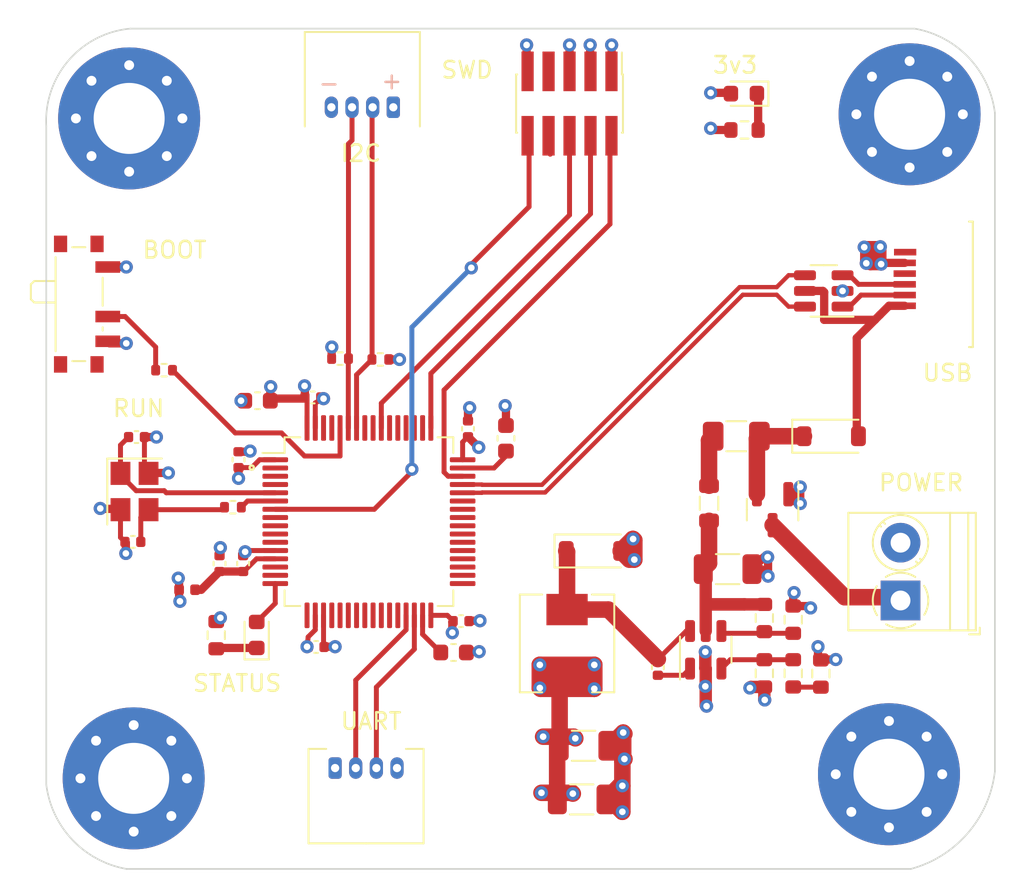
<source format=kicad_pcb>
(kicad_pcb (version 20221018) (generator pcbnew)
  (layers (0 "F.Cu" signal) (1 "In1.Cu" power) (2 "In2.Cu" power) (31 "B.Cu" signal) (34 "B.Paste" user) (35 "F.Paste" user) (36 "B.SilkS" user "B.Silkscreen") (37 "F.SilkS" user "F.Silkscreen") (38 "B.Mask" user) (39 "F.Mask" user) (44 "Edge.Cuts" user))
  (net 0 "")
  (net 1 "Net-(U1-VCAP_1)")
  (net 2 "HSE_IN")
  (net 3 "Net-(U1-VCAP_2)")
  (net 4 "+3.3V")
  (net 5 "+3.3VA")
  (net 6 "Net-(C13-Pad1)")
  (net 7 "BUCK_IN")
  (net 8 "BUCK_BST")
  (net 9 "BUCK_SW")
  (net 10 "Net-(D1-K)")
  (net 11 "LED_STATUS")
  (net 12 "Net-(D3-K)")
  (net 13 "+5V")
  (net 14 "Net-(D4-K)")
  (net 15 "+12V")
  (net 16 "SWDIO")
  (net 17 "SWCLK")
  (net 18 "SWO")
  (net 20 "unconnected-(J2-Pin_8-Pad8)")
  (net 21 "NRST")
  (net 22 "USART3_TX")
  (net 23 "USART3_RX")
  (net 24 "I2C1_SCL")
  (net 25 "I2C1_SDA")
  (net 26 "USB_CONN_D-")
  (net 27 "USB_CONN_D+")
  (net 30 "BOOTO")
  (net 31 "Net-(SW1-B)")
  (net 32 "HSE_OUT")
  (net 33 "BUCK_EN")
  (net 34 "BUCK_FB")
  (net 35 "Net-(R7-Pad2)")
  (net 39 "GND")
  (net 67 "USB_D-")
  (net 68 "USB_D+")
  (net 77 "Net-(F1-Pad2)")
  (footprint "Capacitor_SMD:C_0402_1005Metric" (layer "F.Cu") (at 57.35 125.17 90)
    (fp_text reference "C4")
    (fp_text value "100n")
  )
  (footprint "Resistor_SMD:R_0402_1005Metric" (layer "F.Cu") (at 52.84 119.75 180)
    (fp_text reference "R1")
    (fp_text value "10k")
  )
  (footprint "Capacitor_SMD:C_0603_1608Metric" (layer "F.Cu") (at 73.55 123.875 90)
    (fp_text reference "C2")
    (fp_text value "2u2")
  )
  (footprint "Resistor_SMD:R_0603_1608Metric" (layer "F.Cu") (at 89.2 138.1125 90)
    (fp_text reference "R6")
    (fp_text value "47K")
  )
  (footprint "Connector_Molex:Molex_PicoBlade_53048-0410_1x04_P1.25mm_Horizontal" (layer "F.Cu") (at 66.725 103.825 180)
    (fp_text reference "J4")
    (fp_text value "Conn_01x04")
  )
  (footprint "MountingHole:MountingHole_4.3mm_M4_Pad_Via" (layer "F.Cu") (at 98 104.25)
    (fp_text reference "H1")
    (fp_text value "MountingHole_Pad")
  )
  (footprint "Capacitor_SMD:C_0402_1005Metric" (layer "F.Cu") (at 56.2 131.465 90)
    (fp_text reference "C10")
    (fp_text value "1u")
  )
  (footprint "Inductor_SMD:L_Sunlord_MWSA0518S" (layer "F.Cu") (at 77.25 136.3 -90)
    (fp_text reference "L2")
    (fp_text value "10U")
  )
  (footprint "Capacitor_SMD:C_0603_1608Metric" (layer "F.Cu") (at 70.375 136.85)
    (fp_text reference "C1")
    (fp_text value "2u2")
  )
  (footprint "Inductor_SMD:L_0805_2012Metric" (layer "F.Cu") (at 85.85 127.8125 -90)
    (fp_text reference "FB1")
    (fp_text value "600 @600MHz")
  )
  (footprint "LED_SMD:LED_0603_1608Metric" (layer "F.Cu") (at 58.45 135.7875 90)
    (fp_text reference "D1")
    (fp_text value "BLUE")
  )
  (footprint "Package_TO_SOT_SMD:SOT-23-6" (layer "F.Cu") (at 92.8 114.95 180)
    (fp_text reference "U3")
    (fp_text value "USBLC6-2SC6")
  )
  (footprint "Resistor_SMD:R_0402_1005Metric" (layer "F.Cu") (at 63.5 119.05)
    (fp_text reference "R10")
    (fp_text value "2k2")
  )
  (footprint "MountingHole:MountingHole_4.3mm_M4_Pad_Via" (layer "F.Cu") (at 96.75 144.225)
    (fp_text reference "H3")
    (fp_text value "MountingHole_Pad")
  )
  (footprint "Capacitor_SMD:C_0402_1005Metric" (layer "F.Cu") (at 71.25 123.3 90)
    (fp_text reference "C7")
    (fp_text value "100n")
  )
  (footprint "Resistor_SMD:R_0603_1608Metric" (layer "F.Cu") (at 88 105.2)
    (fp_text reference "R11")
    (fp_text value "1k")
  )
  (footprint "LED_SMD:LED_0603_1608Metric" (layer "F.Cu") (at 87.9625 103 180)
    (fp_text reference "D4")
    (fp_text value "RED")
  )
  (footprint "TerminalBlock_Phoenix:TerminalBlock_Phoenix_PT-1,5-2-3.5-H_1x02_P3.50mm_Horizontal" (layer "F.Cu") (at 97.45 133.7 90)
    (fp_text reference "J1")
    (fp_text value "Screw_Terminal_01x02")
  )
  (footprint "Library:AMPHENOL_10118193-0001LF (1)" (layer "F.Cu") (at 100.3795 114.55 90)
    (fp_text reference "J5")
    (fp_text value "USB_B_Micro")
  )
  (footprint "Capacitor_SMD:C_0402_1005Metric" (layer "F.Cu") (at 62.05 136.515 180)
    (fp_text reference "C5")
    (fp_text value "100n")
  )
  (footprint "Connector_Molex:Molex_PicoBlade_53048-0410_1x04_P1.25mm_Horizontal" (layer "F.Cu") (at 63.2 143.85)
    (fp_text reference "J3")
    (fp_text value "Conn_01x04")
  )
  (footprint "MountingHole:MountingHole_4.3mm_M4_Pad_Via" (layer "F.Cu") (at 51 144.475)
    (fp_text reference "H2")
    (fp_text value "MountingHole_Pad")
  )
  (footprint "Capacitor_SMD:C_1206_3216Metric" (layer "F.Cu") (at 78.25 142.5)
    (fp_text reference "C16")
    (fp_text value "10u")
  )
  (footprint "Capacitor_SMD:C_1206_3216Metric" (layer "F.Cu") (at 78.135 145.75)
    (fp_text reference "C17")
    (fp_text value "10u")
  )
  (footprint "Diode_SMD:D_SOD-123" (layer "F.Cu") (at 93.25 123.75)
    (fp_text reference "D3")
    (fp_text value "	B5819W")
  )
  (footprint "Resistor_SMD:R_0603_1608Metric" (layer "F.Cu") (at 90.95 138.1125 -90)
    (fp_text reference "R7")
    (fp_text value "15K")
  )
  (footprint "Capacitor_SMD:C_0603_1608Metric" (layer "F.Cu") (at 58.5 121.6 180)
    (fp_text reference "C3")
    (fp_text value "4u7")
  )
  (footprint "Capacitor_SMD:C_0402_1005Metric" (layer "F.Cu") (at 70.83 134.95)
    (fp_text reference "C6")
    (fp_text value "100n")
  )
  (footprint "Diode_SMD:D_SOD-123" (layer "F.Cu") (at 78.85 130.7)
    (fp_text reference "D2")
    (fp_text value "	B5819W")
  )
  (footprint "Capacitor_SMD:C_1206_3216Metric" (layer "F.Cu") (at 86.975 131.8)
    (fp_text reference "C9")
    (fp_text value "10u")
  )
  (footprint "Resistor_SMD:R_0603_1608Metric" (layer "F.Cu") (at 89.2 134.7625 -90)
    (fp_text reference "R4")
    (fp_text value "100k")
  )
  (footprint "Resistor_SMD:R_0402_1005Metric" (layer "F.Cu") (at 57.01 128.05 180)
    (fp_text reference "R2")
    (fp_text value "47")
  )
  (footprint "Resistor_SMD:R_0603_1608Metric" (layer "F.Cu") (at 90.95 134.8625 90)
    (fp_text reference "R5")
    (fp_text value "68k")
  )
  (footprint "Package_QFP:LQFP-64_10x10mm_P0.5mm" (layer "F.Cu") (at 65.25 128.925)
    (fp_text reference "U1")
    (fp_text value "STM32F405RGT6")
  )
  (footprint "Capacitor_SMD:C_0402_1005Metric" (layer "F.Cu") (at 51.17 123.8)
    (fp_text reference "C12")
    (fp_text value "12P")
  )
  (footprint "Package_TO_SOT_SMD:SOT-23" (layer "F.Cu") (at 89.7 128.2 -90)
    (fp_text reference "Q1")
    (fp_text value "AO3401A")
  )
  (footprint "Capacitor_SMD:C_0402_1005Metric" (layer "F.Cu") (at 82.75 137.75 90)
    (fp_text reference "C15")
    (fp_text value "10n")
  )
  (footprint "Resistor_SMD:R_0603_1608Metric" (layer "F.Cu") (at 92.625 138.125 90)
    (fp_text reference "R8")
    (fp_text value "270K")
  )
  (footprint "Package_TO_SOT_SMD:SOT-23-6" (layer "F.Cu") (at 85.65 136.6875 90)
    (fp_text reference "U2")
    (fp_text value "~")
  )
  (footprint "Crystal:Crystal_SMD_3225-4Pin_3.2x2.5mm" (layer "F.Cu") (at 51.05 127.1 -90)
    (fp_text reference "Y1")
    (fp_text value "16MHZ")
  )
  (footprint "Capacitor_SMD:C_0402_1005Metric" (layer "F.Cu") (at 50.95 130.15 180)
    (fp_text reference "C13")
    (fp_text value "12P")
  )
  (footprint "Resistor_SMD:R_0603_1608Metric" (layer "F.Cu") (at 56 135.8 -90)
    (fp_text reference "R3")
    (fp_text value "1k5")
  )
  (footprint "Connector_PinHeader_1.27mm:PinHeader_2x05_P1.27mm_Vertical_SMD" (layer "F.Cu") (at 77.4 103.6 -90)
    (fp_text reference "J2")
    (fp_text value "SWD")
  )
  (footprint "MountingHole:MountingHole_4.3mm_M4_Pad_Via" (layer "F.Cu") (at 50.725 104.5)
    (fp_text reference "H4")
    (fp_text value "MountingHole_Pad")
  )
  (footprint "Button_Switch_SMD:SW_SPDT_PCM12" (layer "F.Cu") (at 48 115.75 -90)
    (fp_text reference "SW1")
    (fp_text value "SW_SPDT")
  )
  (footprint "Inductor_SMD:L_0402_1005Metric" (layer "F.Cu") (at 54.235 133.05)
    (fp_text reference "L1")
    (fp_text value "39n")
  )
  (footprint "Fuse:Fuse_1206_3216Metric" (layer "F.Cu") (at 87.5 123.75 180)
    (fp_text reference "F1")
    (fp_text value "250mA")
  )
  (footprint "Capacitor_SMD:C_0402_1005Metric" (layer "F.Cu") (at 61.85 121.4)
    (fp_text reference "C8")
    (fp_text value "100n")
  )
  (footprint "Resistor_SMD:R_0402_1005Metric" (layer "F.Cu") (at 65.94 119.1 180)
    (fp_text reference "R9")
    (fp_text value "2k2")
  )
  (footprint "Capacitor_SMD:C_0402_1005Metric" (layer "F.Cu") (at 57.63 131.465 90)
    (fp_text reference "C11")
    (fp_text value "10n")
  )
  (gr_circle (center 58.15 125.65) (end 58.1 125.65) (stroke (width 0.15)) (fill none) (layer "F.SilkS"))
  (gr_line (start 98.071466 149.962016) (end 50.573466 149.962016) (stroke (width 0.1)) (layer "Edge.Cuts"))
  (gr_line (start 45.705567 144.855504) (end 45.705567 104.977504) (stroke (width 0.1)) (layer "Edge.Cuts"))
  (gr_line (start 50.8 99.06) (end 98.298 99.06) (stroke (width 0.1)) (layer "Edge.Cuts"))
  (gr_arc (start 103.165899 144.044513) (mid 101.529084 147.787038) (end 98.071466 149.962016) (stroke (width 0.1)) (layer "Edge.Cuts"))
  (gr_arc (start 50.573466 149.962016) (mid 47.297466 148.211464) (end 45.705567 144.855504) (stroke (width 0.1)) (layer "Edge.Cuts"))
  (gr_arc (start 45.706637 104.977441) (mid 47.055342 100.987577) (end 50.8 99.06) (stroke (width 0.1)) (layer "Edge.Cuts"))
  (gr_arc (start 98.298 99.060001) (mid 101.574 100.810553) (end 103.165899 104.166513) (stroke (width 0.1)) (layer "Edge.Cuts"))
  (gr_line (start 103.165899 104.166513) (end 103.165899 144.044513) (stroke (width 0.1)) (layer "Edge.Cuts"))
  (gr_text "+\n" (at 67.35 102.8) (layer "B.SilkS") (effects (font (size 1 1)) (justify left bottom mirror)))
  (gr_text "-\n" (at 63.55 102.95) (layer "B.SilkS") (effects (font (size 1 1)) (justify left bottom mirror)))
  (gr_text "RUN\n" (at 49.65 122.65) (layer "F.SilkS") (effects (font (size 1 1)) (justify left bottom)))
  (gr_text "UART\n" (at 63.45 141.6) (layer "F.SilkS") (effects (font (size 1 1)) (justify left bottom)))
  (gr_text "BOOT\n" (at 51.45 113.05) (layer "F.SilkS") (effects (font (size 1 1)) (justify left bottom)))
  (gr_text "STATUS\n" (at 54.5 139.3) (layer "F.SilkS") (effects (font (size 1 1)) (justify left bottom)))
  (gr_text "3v3\n" (at 86 101.85) (layer "F.SilkS") (effects (font (size 1 1)) (justify left bottom)))
  (gr_text "I2C\n" (at 63.45 107.2) (layer "F.SilkS") (effects (font (size 1 1)) (justify left bottom)))
  (gr_text "POWER\n" (at 96.05 127.15) (layer "F.SilkS") (effects (font (size 1 1)) (justify left bottom)))
  (gr_text "USB\n" (at 98.7 120.5) (layer "F.SilkS") (effects (font (size 1 1)) (justify left bottom)))
  (gr_text "SWD\n" (at 69.55 102.15) (layer "F.SilkS") (effects (font (size 1 1)) (justify left bottom)))
  (segment (start 68.5 134.6) (end 68.5 135.75) (width 0.3) (layer "F.Cu") (net 1))
  (segment (start 68.5 135.75) (end 69.6 136.85) (width 0.3) (layer "F.Cu") (net 1))
  (segment (start 50.2 126) (end 50.2 124.29) (width 0.3) (layer "F.Cu") (net 2))
  (segment (start 59.575 127.175) (end 52.975 127.175) (width 0.3) (layer "F.Cu") (net 2))
  (segment (start 52.85 127.05) (end 51.15 127.05) (width 0.3) (layer "F.Cu") (net 2))
  (segment (start 50.2 124.29) (end 50.69 123.8) (width 0.3) (layer "F.Cu") (net 2))
  (segment (start 52.975 127.175) (end 52.85 127.05) (width 0.3) (layer "F.Cu") (net 2))
  (segment (start 51.15 127.05) (end 50.2 126.1) (width 0.3) (layer "F.Cu") (net 2))
  (segment (start 50.2 126.1) (end 50.2 126) (width 0.3) (layer "F.Cu") (net 2))
  (segment (start 72.825 125.675) (end 73.55 124.95) (width 0.3) (layer "F.Cu") (net 3))
  (segment (start 72.825 125.675) (end 70.925 125.675) (width 0.3) (layer "F.Cu") (net 3))
  (segment (start 73.55 124.95) (end 73.55 124.65) (width 0.3) (layer "F.Cu") (net 3))
  (segment (start 89.2 139.7) (end 89.225 139.725) (width 0.75) (layer "F.Cu") (net 4))
  (segment (start 70 134.6) (end 69 134.6) (width 0.3) (layer "F.Cu") (net 4))
  (segment (start 76.25 138.35) (end 75.6 139) (width 1) (layer "F.Cu") (net 4))
  (segment (start 77.25 138.2) (end 77.25 138.35) (width 1) (layer "F.Cu") (net 4))
  (segment (start 57.35 125.65) (end 58.152965 125.65) (width 0.3) (layer "F.Cu") (net 4))
  (segment (start 70.3 135) (end 70.35 134.95) (width 0.5) (layer "F.Cu") (net 4))
  (segment (start 77.25 138.35) (end 76.25 138.35) (width 1) (layer "F.Cu") (net 4))
  (segment (start 77.25 138.35) (end 78.2 138.35) (width 1) (layer "F.Cu") (net 4))
  (segment (start 75.6 137.6) (end 75.6 139) (width 1) (layer "F.Cu") (net 4))
  (segment (start 76.35 138.35) (end 75.6 137.6) (width 1) (layer "F.Cu") (net 4))
  (segment (start 62.5 134.6) (end 62.5 136.485) (width 0.3) (layer "F.Cu") (net 4))
  (segment (start 78.2 138.35) (end 78.9 139.05) (width 1) (layer "F.Cu") (net 4))
  (segment (start 61.5 123.25) (end 61.5 121.53) (width 0.3) (layer "F.Cu") (net 4))
  (segment (start 62.99 119.05) (end 62.99 118.36) (width 0.5) (layer "F.Cu") (net 4))
  (segment (start 76.65 145.74) (end 76.65 142.35) (width 1) (layer "F.Cu") (net 4))
  (segment (start 87.125 102.95) (end 87.175 103) (width 0.5) (layer "F.Cu") (net 4))
  (segment (start 85.95 102.95) (end 87.125 102.95) (width 0.5) (layer "F.Cu") (net 4))
  (segment (start 70.925 124.105) (end 71.25 123.78) (width 0.3) (layer "F.Cu") (net 4))
  (segment (start 77.25 138.35) (end 76.8 138.8) (width 1) (layer "F.Cu") (net 4))
  (segment (start 49.43 113.5) (end 50.55 113.5) (width 0.5) (layer "F.Cu") (net 4))
  (segment (start 53.75 133.7) (end 53.8 133.75) (width 0.5) (layer "F.Cu") (net 4))
  (segment (start 77.25 138.35) (end 76.35 138.35) (width 1) (layer "F.Cu") (net 4))
  (segment (start 66.45 119.1) (end 67.1 119.1) (width 0.5) (layer "F.Cu") (net 4))
  (segment (start 76.65 142.35) (end 76.66 142.34) (width 1) (layer "F.Cu") (net 4))
  (segment (start 53.75 133.05) (end 53.75 132.4) (width 0.5) (layer "F.Cu") (net 4))
  (segment (start 70.925 125.175) (end 70.925 124.105) (width 0.3) (layer "F.Cu") (net 4))
  (segment (start 77.65 141.95) (end 75.8 141.95) (width 1) (layer "F.Cu") (net 4))
  (segment (start 89.2 138.9375) (end 88.3875 138.9375) (width 0.75) (layer "F.Cu") (net 4))
  (segment (start 78.9 137.6) (end 78.9 139.05) (width 1) (layer "F.Cu") (net 4))
  (segment (start 62.99 118.36) (end 63 118.35) (width 0.5) (layer "F.Cu") (net 4))
  (segment (start 75.65 139.05) (end 75.6 139) (width 1) (layer "F.Cu") (net 4))
  (segment (start 88.3875 138.9375) (end 88.325 139) (width 0.75) (layer "F.Cu") (net 4))
  (segment (start 71.9 124.425) (end 71.895 124.425) (width 0.5) (layer "F.Cu") (net 4))
  (segment (start 79.95 101.64) (end 79.94 101.65) (width 0.5) (layer "F.Cu") (net 4))
  (segment (start 78.15 138.35) (end 78.9 137.6) (width 1) (layer "F.Cu") (net 4))
  (segment (start 77.75 142.05) (end 77.65 141.95) (width 1) (layer "F.Cu") (net 4))
  (segment (start 59.55 121.47) (end 61.3 121.47) (width 0.5) (layer "F.Cu") (net 4))
  (segment (start 71.895 124.425) (end 71.25 123.78) (width 0.5) (layer "F.Cu") (net 4))
  (segment (start 77.25 138.35) (end 78.15 138.35) (width 1) (layer "F.Cu") (net 4))
  (segment (start 59.275 121.6) (end 59.275 120.775) (width 0.5) (layer "F.Cu") (net 4))
  (segment (start 77.25 138.35) (end 76.95 137.9) (width 1) (layer "F.Cu") (net 4))
  (segment (start 62.545 136.5) (end 62.53 136.515) (width 0.5) (layer "F.Cu") (net 4))
  (segment (start 78.9 139.05) (end 75.65 139.05) (width 1) (layer "F.Cu") (net 4))
  (segment (start 76.95 137.9) (end 77.25 138.2) (width 1) (layer "F.Cu") (net 4))
  (segment (start 63.2 136.5) (end 62.545 136.5) (width 0.5) (layer "F.Cu") (net 4))
  (segment (start 70.35 134.95) (end 70 134.6) (width 0.3) (layer "F.Cu") (net 4))
  (segment (start 79.95 100.05) (end 79.95 101.64) (width 0.5) (layer "F.Cu") (net 4))
  (segment (start 77.55 145.35) (end 77.6 145.4) (width 1) (layer "F.Cu") (net 4))
  (segment (start 58.152965 125.65) (end 58.627965 125.175) (width 0.3) (layer "F.Cu") (net 4))
  (segment (start 61.5 121.53) (end 61.37 121.4) (width 0.3) (layer "F.Cu") (net 4))
  (segment (start 59.275 120.775) (end 59.3 120.75) (width 0.5) (layer "F.Cu") (net 4))
  (segment (start 53.75 132.4) (end 53.7 132.35) (width 0.5) (layer "F.Cu") (net 4))
  (segment (start 57.35 126.3) (end 57.35 125.65) (width 0.5) (layer "F.Cu") (net 4))
  (segment (start 89.2 138.9375) (end 89.2 139.7) (width 0.75) (layer "F.Cu") (net 4))
  (segment (start 58.627965 125.175) (end 59.575 125.175) (width 0.3) (layer "F.Cu") (net 4))
  (segment (start 53.75 133.05) (end 53.75 133.7) (width 0.5) (layer "F.Cu") (net 4))
  (segment (start 76.8 138.8) (end 76.8 142.475) (width 1) (layer "F.Cu") (net 4))
  (segment (start 61.37 121.4) (end 61.37 120.72) (width 0.5) (layer "F.Cu") (net 4))
  (segment (start 76.66 145.75) (end 76.65 145.74) (width 1) (layer "F.Cu") (net 4))
  (segment (start 57.35 125.65) (end 57.392965 125.65) (width 0.3) (layer "F.Cu") (net 4))
  (segment (start 75.6 137.6) (end 78.9 137.6) (width 1) (layer "F.Cu") (net 4))
  (segment (start 61.37 120.72) (end 61.35 120.7) (width 0.5) (layer "F.Cu") (net 4))
  (segment (start 76.8 142.475) (end 76.775 142.5) (width 1) (layer "F.Cu") (net 4))
  (segment (start 75.7 145.35) (end 77.55 145.35) (width 1) (layer "F.Cu") (net 4))
  (segment (start 70.3 135.65) (end 70.3 135) (width 0.5) (layer "F.Cu") (net 4))
  (via (at 53.8 133.75) (size 0.8) (drill 0.4) (layers "F.Cu" "B.Cu") (net 4))
  (via (at 59.3 120.75) (size 0.8) (drill 0.4) (layers "F.Cu" "B.Cu") (net 4))
  (via (at 78.9 137.6) (size 0.8) (drill 0.4) (layers "F.Cu" "B.Cu") (net 4))
  (via (at 61.35 120.7) (size 0.8) (drill 0.4) (layers "F.Cu" "B.Cu") (net 4))
  (via (at 63 118.35) (size 0.8) (drill 0.4) (layers "F.Cu" "B.Cu") (net 4))
  (via (at 71.9 124.425) (size 0.8) (drill 0.4) (layers "F.Cu" "B.Cu") (net 4))
  (via (at 57.35 126.3) (size 0.8) (drill 0.4) (layers "F.Cu" "B.Cu") (net 4))
  (via (at 50.55 113.5) (size 0.8) (drill 0.4) (layers "F.Cu" "B.Cu") (net 4))
  (via (at 77.6 145.4) (size 0.8) (drill 0.4) (layers "F.Cu" "B.Cu") (net 4))
  (via (at 75.7 145.35) (size 0.8) (drill 0.4) (layers "F.Cu" "B.Cu") (net 4))
  (via (at 88.325 139) (size 0.8) (drill 0.4) (layers "F.Cu" "B.Cu") (net 4))
  (via (at 53.7 132.35) (size 0.8) (drill 0.4) (layers "F.Cu" "B.Cu") (net 4))
  (via (at 75.6 137.6) (size 0.8) (drill 0.4) (layers "F.Cu" "B.Cu") (net 4))
  (via (at 79.95 100.05) (size 0.8) (drill 0.4) (layers "F.Cu" "B.Cu") (net 4))
  (via (at 85.95 102.95) (size 0.8) (drill 0.4) (layers "F.Cu" "B.Cu") (net 4))
  (via (at 77.75 142.05) (size 0.8) (drill 0.4) (layers "F.Cu" "B.Cu") (net 4))
  (via (at 89.225 139.725) (size 0.8) (drill 0.4) (layers "F.Cu" "B.Cu") (net 4))
  (via (at 63.2 136.5) (size 0.8) (drill 0.4) (layers "F.Cu" "B.Cu") (net 4))
  (via (at 75.8 141.95) (size 0.8) (drill 0.4) (layers "F.Cu" "B.Cu") (net 4))
  (via (at 78.9 139.05) (size 0.8) (drill 0.4) (layers "F.Cu" "B.Cu") (net 4))
  (via (at 70.3 135.65) (size 0.8) (drill 0.4) (layers "F.Cu" "B.Cu") (net 4))
  (via (at 75.6 139) (size 0.8) (drill 0.4) (layers "F.Cu" "B.Cu") (net 4))
  (via (at 67.1 119.1) (size 0.8) (drill 0.4) (layers "F.Cu" "B.Cu") (net 4))
  (segment (start 58.442965 131.175) (end 57.672965 131.945) (width 0.3) (layer "F.Cu") (net 5))
  (segment (start 54.72 133.05) (end 55.095 133.05) (width 0.5) (layer "F.Cu") (net 5))
  (segment (start 59.575 131.175) (end 58.442965 131.175) (width 0.3) (layer "F.Cu") (net 5))
  (segment (start 57.672965 131.945) (end 57.63 131.945) (width 0.3) (layer "F.Cu") (net 5))
  (segment (start 55.095 133.05) (end 56.2 131.945) (width 0.5) (layer "F.Cu") (net 5))
  (segment (start 56.2 131.945) (end 57.63 131.945) (width 0.5) (layer "F.Cu") (net 5))
  (segment (start 51.43 128.67) (end 51.9 128.2) (width 0.3) (layer "F.Cu") (net 6))
  (segment (start 56.5 128.05) (end 56.35 128.2) (width 0.3) (layer "F.Cu") (net 6))
  (segment (start 56.35 128.2) (end 51.9 128.2) (width 0.3) (layer "F.Cu") (net 6))
  (segment (start 51.43 130.15) (end 51.43 128.67) (width 0.3) (layer "F.Cu") (net 6))
  (segment (start 88 133.9375) (end 85.7125 133.9375) (width 0.75) (layer "F.Cu") (net 7))
  (segment (start 88 133.9375) (end 85.9375 133.9375) (width 0.75) (layer "F.Cu") (net 7))
  (segment (start 85.65 131.95) (end 85.65 135.55) (width 0.75) (layer "F.Cu") (net 7))
  (segment (start 85.85 128.875) (end 85.85 131.45) (width 1) (layer "F.Cu") (net 7))
  (segment (start 89.2 133.9375) (end 88 133.9375) (width 0.75) (layer "F.Cu") (net 7))
  (segment (start 85.85 131.45) (end 85.5 131.8) (width 1) (layer "F.Cu") (net 7))
  (segment (start 84.295 138.23) (end 82.75 138.23) (width 0.3) (layer "F.Cu") (net 8))
  (segment (start 84.7 137.825) (end 84.295 138.23) (width 0.3) (layer "F.Cu") (net 8))
  (segment (start 84.7 135.55) (end 84.47 135.55) (width 0.3) (layer "F.Cu") (net 9))
  (segment (start 77.25 134.25) (end 77.25 130.75) (width 1) (layer "F.Cu") (net 9))
  (segment (start 77.25 130.75) (end 77.2 130.7) (width 1) (layer "F.Cu") (net 9))
  (segment (start 77.25 134.25) (end 79.75 134.25) (width 1) (layer "F.Cu") (net 9))
  (segment (start 84.47 135.55) (end 82.75 137.27) (width 0.3) (layer "F.Cu") (net 9))
  (segment (start 79.75 134.25) (end 82.75 137.25) (width 1) (layer "F.Cu") (net 9))
  (segment (start 56.05 136.575) (end 56 136.625) (width 0.5) (layer "F.Cu") (net 10))
  (segment (start 58.45 136.575) (end 56.05 136.575) (width 0.5) (layer "F.Cu") (net 10))
  (segment (start 59.575 133.875) (end 58.45 135) (width 0.3) (layer "F.Cu") (net 11))
  (segment (start 59.575 132.675) (end 59.575 133.875) (width 0.3) (layer "F.Cu") (net 11))
  (segment (start 88.9 123.75) (end 91.6 123.75) (width 1) (layer "F.Cu") (net 12))
  (segment (start 88.75 123.9) (end 88.9 123.75) (width 1) (layer "F.Cu") (net 12))
  (segment (start 88.75 127.2625) (end 88.75 123.9) (width 1) (layer "F.Cu") (net 12))
  (segment (start 96.75 115.85) (end 96.2 116.4) (width 0.5) (layer "F.Cu") (net 13))
  (segment (start 95.9 116.7) (end 94.8 117.8) (width 0.5) (layer "F.Cu") (net 13))
  (segment (start 94.8 117.8) (end 94.8 123.65) (width 0.5) (layer "F.Cu") (net 13))
  (segment (start 94.8 123.65) (end 94.9 123.75) (width 0.5) (layer "F.Cu") (net 13))
  (segment (start 92.75 114.95) (end 91.6625 114.95) (width 0.5) (layer "F.Cu") (net 13))
  (segment (start 95.9 116.7) (end 92.825 116.7) (width 0.5) (layer "F.Cu") (net 13))
  (segment (start 97.7045 115.85) (end 96.75 115.85) (width 0.5) (layer "F.Cu") (net 13))
  (segment (start 92.825 116.7) (end 92.825 115.025) (width 0.5) (layer "F.Cu") (net 13))
  (segment (start 96.2 116.4) (end 95.9 116.7) (width 0.5) (layer "F.Cu") (net 13))
  (segment (start 92.825 115.025) (end 92.75 114.95) (width 0.5) (layer "F.Cu") (net 13))
  (segment (start 88.825 105.2) (end 88.825 103.075) (width 0.5) (layer "F.Cu") (net 14))
  (segment (start 88.825 103.075) (end 88.75 103) (width 0.5) (layer "F.Cu") (net 14))
  (segment (start 97.5 133.5) (end 94.0625 133.5) (width 1) (layer "F.Cu") (net 15))
  (segment (start 94.0625 133.5) (end 89.7 129.1375) (width 1) (layer "F.Cu") (net 15))
  (segment (start 79.85 110.9) (end 79.85 105.64) (width 0.3) (layer "F.Cu") (net 16))
  (segment (start 69.8 125.926041) (end 69.8 120.95) (width 0.3) (layer "F.Cu") (net 16))
  (segment (start 69.8 120.95) (end 79.85 110.9) (width 0.3) (layer "F.Cu") (net 16))
  (segment (start 70.048959 126.175) (end 69.8 125.926041) (width 0.3) (layer "F.Cu") (net 16))
  (segment (start 79.85 105.64) (end 79.94 105.55) (width 0.3) (layer "F.Cu") (net 16))
  (segment (start 70.925 126.175) (end 70.048959 126.175) (width 0.3) (layer "F.Cu") (net 16))
  (segment (start 69 119.95) (end 78.67 110.28) (width 0.3) (layer "F.Cu") (net 17))
  (segment (start 69 123.25) (end 69 119.95) (width 0.3) (layer "F.Cu") (net 17))
  (segment (start 78.67 110.28) (end 78.67 105.55) (width 0.3) (layer "F.Cu") (net 17))
  (segment (start 66 121.75) (end 77.4 110.35) (width 0.3) (layer "F.Cu") (net 18))
  (segment (start 77.4 106.55) (end 77.4 105.55) (width 0.3) (layer "F.Cu") (net 18))
  (segment (start 77.4 110.35) (end 77.4 105.55) (width 0.3) (layer "F.Cu") (net 18))
  (segment (start 66 123.25) (end 66 121.75) (width 0.3) (layer "F.Cu") (net 18))
  (segment (start 76.23 106.67) (end 76.23 105.05) (width 0.3) (layer "F.Cu") (net 20))
  (segment (start 74.95 106.75) (end 74.95 109.85) (width 0.3) (layer "F.Cu") (net 21))
  (segment (start 67.85 125.9) (end 67.85 125.75) (width 0.3) (layer "F.Cu") (net 21))
  (segment (start 74.95 109.85) (end 71.45 113.35) (width 0.3) (layer "F.Cu") (net 21))
  (segment (start 68 125.75) (end 65.575 128.175) (width 0.3) (layer "F.Cu") (net 21))
  (segment (start 67.85 125.75) (end 68 125.75) (width 0.3) (layer "F.Cu") (net 21))
  (segment (start 67.9 125.85) (end 67.85 125.9) (width 0.3) (layer "F.Cu") (net 21))
  (segment (start 71.45 113.35) (end 71.45 113.55) (width 0.3) (layer "F.Cu") (net 21))
  (segment (start 74.720023 105.289977) (end 74.96 105.05) (width 0.3) (layer "F.Cu") (net 21))
  (segment (start 65.575 128.175) (end 59.575 128.175) (width 0.3) (layer "F.Cu") (net 21))
  (via (at 67.85 125.75) (size 0.8) (drill 0.4) (layers "F.Cu" "B.Cu") (net 21))
  (via (at 71.45 113.55) (size 0.8) (drill 0.4) (layers "F.Cu" "B.Cu") (net 21))
  (segment (start 67.85 117.15) (end 71.45 113.55) (width 0.3) (layer "B.Cu") (net 21))
  (segment (start 67.85 125.75) (end 67.85 117.15) (width 0.3) (layer "B.Cu") (net 21))
  (segment (start 67.5 135.476041) (end 64.45 138.526041) (width 0.3) (layer "F.Cu") (net 22))
  (segment (start 67.5 134.6) (end 67.5 135.476041) (width 0.3) (layer "F.Cu") (net 22))
  (segment (start 64.45 143.4) (end 64.5 143.4) (width 0.3) (layer "F.Cu") (net 22))
  (segment (start 64.45 138.526041) (end 64.45 143.4) (width 0.3) (layer "F.Cu") (net 22))
  (segment (start 68 134.6) (end 68 136.65) (width 0.3) (layer "F.Cu") (net 23))
  (segment (start 68 136.65) (end 65.7 138.95) (width 0.3) (layer "F.Cu") (net 23))
  (segment (start 65.7 138.95) (end 65.7 143.4) (width 0.3) (layer "F.Cu") (net 23))
  (segment (start 65.475 103.825) (end 65.44 103.86) (width 0.3) (layer "F.Cu") (net 24))
  (segment (start 64.5 123.25) (end 64.5 120.03) (width 0.3) (layer "F.Cu") (net 24))
  (segment (start 64.5 120.03) (end 65.43 119.1) (width 0.3) (layer "F.Cu") (net 24))
  (segment (start 65.44 119.09) (end 65.43 119.1) (width 0.3) (layer "F.Cu") (net 24))
  (segment (start 65.44 103.86) (end 65.44 119.09) (width 0.3) (layer "F.Cu") (net 24))
  (segment (start 64.225 105.825) (end 64.01 106.04) (width 0.3) (layer "F.Cu") (net 25))
  (segment (start 64.01 106.04) (end 64.01 119.05) (width 0.3) (layer "F.Cu") (net 25))
  (segment (start 64.225 103.825) (end 64.225 105.825) (width 0.3) (layer "F.Cu") (net 25))
  (segment (start 64 123.25) (end 64 119.06) (width 0.3) (layer "F.Cu") (net 25))
  (segment (start 64 119.06) (end 64.01 119.05) (width 0.3) (layer "F.Cu") (net 25))
  (segment (start 97.7045 115.2) (end 95.057107 115.2) (width 0.3) (layer "F.Cu") (net 26))
  (segment (start 95.057107 115.2) (end 94.357107 115.9) (width 0.3) (layer "F.Cu") (net 26))
  (segment (start 97.657156 115.182156) (end 97.675 115.2) (width 0.261112) (layer "F.Cu") (net 26))
  (segment (start 94.357107 115.9) (end 93.9375 115.9) (width 0.3) (layer "F.Cu") (net 26))
  (segment (start 94.907107 114.55) (end 94.357107 114) (width 0.3) (layer "F.Cu") (net 27))
  (segment (start 94.357107 114) (end 93.9375 114) (width 0.3) (layer "F.Cu") (net 27))
  (segment (start 97.7045 114.55) (end 94.907107 114.55) (width 0.3) (layer "F.Cu") (net 27))
  (segment (start 61.35 124.95) (end 59.95 123.55) (width 0.3) (layer "F.Cu") (net 30))
  (segment (start 57.15 123.55) (end 53.35 119.75) (width 0.3) (layer "F.Cu") (net 30))
  (segment (start 63.5 124.95) (end 61.35 124.95) (width 0.3) (layer "F.Cu") (net 30))
  (segment (start 59.95 123.55) (end 57.15 123.55) (width 0.3) (layer "F.Cu") (net 30))
  (segment (start 63.5 123.25) (end 63.5 124.95) (width 0.3) (layer "F.Cu") (net 30))
  (segment (start 49.43 116.5) (end 50.48 116.5) (width 0.3) (layer "F.Cu") (net 31))
  (segment (start 52.33 118.35) (end 52.33 119.75) (width 0.3) (layer "F.Cu") (net 31))
  (segment (start 50.48 116.5) (end 52.33 118.35) (width 0.3) (layer "F.Cu") (net 31))
  (segment (start 57.895 127.675) (end 57.52 128.05) (width 0.3) (layer "F.Cu") (net 32))
  (segment (start 59.575 127.675) (end 57.895 127.675) (width 0.3) (layer "F.Cu") (net 32))
  (segment (start 86.7375 135.6875) (end 86.6 135.55) (width 0.3) (layer "F.Cu") (net 33))
  (segment (start 90.95 135.6875) (end 86.7375 135.6875) (width 0.3) (layer "F.Cu") (net 33))
  (segment (start 90.95 137.2875) (end 89.2 137.2875) (width 0.3) (layer "F.Cu") (net 34))
  (segment (start 89.2 137.2875) (end 87.1375 137.2875) (width 0.3) (layer "F.Cu") (net 34))
  (segment (start 87.1375 137.2875) (end 86.6 137.825) (width 0.3) (layer "F.Cu") (net 34))
  (segment (start 90.9625 138.95) (end 90.95 138.9375) (width 0.3) (layer "F.Cu") (net 35))
  (segment (start 92.625 138.95) (end 90.9625 138.95) (width 0.3) (layer "F.Cu") (net 35))
  (segment (start 80.435 144.925) (end 79.61 145.75) (width 1) (layer "F.Cu") (net 39))
  (segment (start 95.375 113.275) (end 95.375 113.125) (width 0.75) (layer "F.Cu") (net 39))
  (segment (start 57.865 130.75) (end 57.75 130.75) (width 0.3) (layer "F.Cu") (net 39))
  (segment (start 74.8 101.59) (end 74.86 101.65) (width 0.5) (layer "F.Cu") (net 39))
  (segment (start 95.375 113.275) (end 95.475 113.175) (width 0.75) (layer "F.Cu") (net 39))
  (segment (start 95.375 113.275) (end 95.375 112.425) (width 0.75) (layer "F.Cu") (net 39))
  (segment (start 89.4 131.075) (end 89.175 131.075) (width 0.5) (layer "F.Cu") (net 39))
  (segment (start 91.8875 134.0375) (end 92 134.15) (width 0.5) (layer "F.Cu") (net 39))
  (segment (start 78.65 101.63) (end 78.67 101.65) (width 0.5) (layer "F.Cu") (net 39))
  (segment (start 89.425 131.1) (end 89.4 131.075) (width 0.5) (layer "F.Cu") (net 39))
  (segment (start 96.35 113.25) (end 96.275 113.325) (width 0.5) (layer "F.Cu") (net 39))
  (segment (start 59.575 130.675) (end 57.94 130.675) (width 0.3) (layer "F.Cu") (net 39))
  (segment (start 96.225 113.275) (end 96.275 113.325) (width 0.75) (layer "F.Cu") (net 39))
  (segment (start 95.625 113.325) (end 96.275 113.325) (width 0.75) (layer "F.Cu") (net 39))
  (segment (start 79.925 142.5) (end 80.725 143.3) (width 1) (layer "F.Cu") (net 39))
  (segment (start 53.1 125.975) (end 52.125 125.975) (width 0.5) (layer "F.Cu") (net 39))
  (segment (start 51.95 126.05) (end 51.9 126) (width 0.5) (layer "F.Cu") (net 39))
  (segment (start 96.225 112.275) (end 96.225 113.275) (width 0.75) (layer "F.Cu") (net 39))
  (segment (start 50.525 130.85) (end 50.525 130.205) (width 0.5) (layer "F.Cu") (net 39))
  (segment (start 80.6 143.425) (end 80.725 143.3) (width 1) (layer "F.Cu") (net 39))
  (segment (start 71.2 136.8) (end 71.15 136.85) (width 0.5) (layer "F.Cu") (net 39))
  (segment (start 71.925 136.8) (end 71.2 136.8) (width 0.5) (layer "F.Cu") (net 39))
  (segment (start 73.55 123.1) (end 73.55 121.95) (width 0.5) (layer "F.Cu") (net 39))
  (segment (start 57.75 130.865) (end 57.63 130.985) (width 0.5) (layer "F.Cu") (net 39))
  (segment (start 95.475 113.175) (end 95.625 113.325) (width 0.75) (layer "F.Cu") (net 39))
  (segment (start 85.65 137.825) (end 85.65 140.05) (width 0.75) (layer "F.Cu") (net 39))
  (segment (start 80.6 143.4) (end 80.65 143.35) (width 1) (layer "F.Cu") (net 39))
  (segment (start 51.65 125.75) (end 51.9 126) (width 0.3) (layer "F.Cu") (net 39))
  (segment (start 91.375 127.825) (end 91.375 126.825) (width 0.5) (layer "F.Cu") (net 39))
  (segment (start 92.65 137.275) (end 92.625 137.3) (width 0.5) (layer "F.Cu") (net 39))
  (segment (start 57.35 124.69) (end 58.01 124.69) (width 0.5) (layer "F.Cu") (net 39))
  (segment (start 93.525 137.275) (end 92.65 137.275) (width 0.5) (layer "F.Cu") (net 39))
  (segment (start 50.2 128.2) (end 50.2 129.88) (width 0.3) (layer "F.Cu") (net 39))
  (segment (start 90.95 134.0375) (end 91.8875 134.0375) (width 0.5) (layer "F.Cu") (net 39))
  (segment (start 49.2 128.15) (end 50.15 128.15) (width 0.5) (layer "F.Cu") (net 39))
  (segment (start 61.5 136.5) (end 61.57 135.906041) (width 0.3) (layer "F.Cu") (net 39))
  (segment (start 90.65 127.2625) (end 90.9375 127.2625) (width 0.5) (layer "F.Cu") (net 39))
  (segment (start 85.625 137.8) (end 85.625 136.7875) (width 0.75) (layer "F.Cu") (net 39))
  (segment (start 51.65 123.8) (end 52.375 123.8) (width 0.5) (layer "F.Cu") (net 39))
  (segment (start 89.425 132.225) (end 89.425 131.1) (width 0.5) (layer "F.Cu") (net 39))
  (segment (start 50.525 130.205) (end 50.47 130.15) (width 0.5) (layer "F.Cu") (net 39))
  (segment (start 97.7045 113.25) (end 96.35 113.25) (width 0.5) (layer "F.Cu") (net 39))
  (segment (start 96.2 112.3) (end 96.225 112.275) (width 0.75) (layer "F.Cu") (net 39))
  (segment (start 81.325 131.225) (end 81.025 131.225) (width 1) (layer "F.Cu") (net 39))
  (segment (start 62 121.73) (end 62.5 121.475) (width 0.3) (layer "F.Cu") (net 39))
  (segment (start 57.94 130.675) (end 57.865 130.75) (width 0.3) (layer "F.Cu") (net 39))
  (segment (start 71.975 134.925) (end 71.335 134.925) (width 0.5) (layer "F.Cu") (net 39))
  (segment (start 81.325 131.225) (end 81.325 130.05) (width 1) (layer "F.Cu") (net 39))
  (segment (start 81.25 129.975) (end 81.225 129.975) (width 1) (layer "F.Cu") (net 39))
  (segment (start 80.6 144.925) (end 80.6 143.425) (width 1) (layer "F.Cu") (net 39))
  (segment (start 71.335 134.925) (end 71.31 134.95) (width 0.5) (layer "F.Cu") (net 39))
  (segment (start 80.65 141.7) (end 80.725 141.775) (width 1) (layer "F.Cu") (net 39))
  (segment (start 85.95 105.1) (end 86.05 105.2) (width 0.5) (layer "F.Cu") (net 39))
  (segment (start 74.8 100.05) (end 74.8 101.59) (width 0.5) (layer "F.Cu") (net 39))
  (segment (start 92.45 137.125) (end 92.625 137.3) (width 0.5) (layer "F.Cu") (net 39))
  (segment (start 73.55 121.95) (end 73.5 121.9) (width 0.5) (layer "F.Cu") (net 39))
  (segment (start 91.2125 127.825) (end 90.65 127.2625) (width 0.5) (layer "F.Cu") (net 39))
  (segment (start 79.61 145.75) (end 79.85 145.75) (width 1) (layer "F.Cu") (net 39))
  (segment (start 79.85 142.5) (end 80.65 141.7) (width 1) (layer "F.Cu") (net 39))
  (segment (start 79.85 145.75) (end 80.6 146.5) (width 1) (layer "F.Cu") (net 39))
  (segment (start 50.55 118.125) (end 49.555 118.125) (width 0.5) (layer "F.Cu") (net 39))
  (segment (start 85.65 137.825) (end 85.625 137.8) (width 0.75) (layer "F.Cu") (net 39))
  (segment (start 49.555 118.125) (end 49.43 118) (width 0.5) (layer "F.Cu") (net 39))
  (segment (start 50.15 128.15) (end 50.2 128.2) (width 0.5) (layer "F.Cu") (net 39))
  (segment (start 90.95 134.0375) (end 90.95 133.275) (width 0.5) (layer "F.Cu") (net 39))
  (segment (start 90.95 133.275) (end 91 133.225) (width 0.5) (layer "F.Cu") (net 39))
  (segment (start 77.4 100.05) (end 77.4 101.65) (width 0.5) (layer "F.Cu") (net 39))
  (segment (start 89 131.8) (end 89.425 132.225) (width 0.5) (layer "F.Cu") (net 39))
  (segment (start 80.6 146.5) (end 80.6 144.925) (width 1) (layer "F.Cu") (net 39))
  (segment (start 95.375 113.125) (end 96.225 112.275) (width 0.75) (layer "F.Cu") (net 39))
  (segment (start 71.25 122.125) (end 71.35 122.025) (width 0.5) (layer "F.Cu") (net 39))
  (segment (start 50.2 129.88) (end 50.47 130.15) (width 0.3) (layer "F.Cu") (net 39))
  (segment (start 80.65 143.35) (end 80.65 141.95) (width 1) (layer "F.Cu") (net 39))
  (segment (start 81.025 131.225) (end 80.5 130.7) (width 1) (layer "F.Cu") (net 39))
  (segment (start 79.725 142.5) (end 79.85 142.5) (width 1) (layer "F.Cu") (net 39))
  (segment (start 89.175 131.075) (end 88.45 131.8) (width 0.5) (layer "F.Cu") (net 39))
  (segment (start 57.75 130.75) (end 57.75 130.865) (width 0.5) (layer "F.Cu") (net 39))
  (segment (start 80.6 144.925) (end 80.435 144.925) (width 1) (layer "F.Cu") (net 39))
  (segment (start 86.05 105.2) (end 87.175 105.2) (width 0.5) (layer "F.Cu") (net 39))
  (segment (start 95.25 112.3) (end 96.2 112.3) (width 0.75) (layer "F.Cu") (net 39))
  (segment (start 56.2 130.985) (end 56.2 130.55) (width 0.5) (layer "F.Cu") (net 39))
  (segment (start 62 135.476041) (end 62 134.6) (width 0.3) (layer "F.Cu") (net 39))
  (segment (start 56.2 130.55) (end 56.25 130.5) (width 0.5) (layer "F.Cu") (net 39))
  (segment (start 85.65 140.05) (end 85.7 140.1) (width 0.75) (layer "F.Cu") (net 39))
  (segment (start 62 123.25) (end 62 121.73) (width 0.3) (layer "F.Cu") (net 39))
  (segment (start 62.5 121.475) (end 62.65 121.5) (width 0.3) (layer "F.Cu") (net 39))
  (segment (start 51.65 123.8) (end 51.65 125.75) (width 0.3) (layer "F.Cu") (net 39))
  (segment (start 92.45 136.5) (end 92.45 137.125) (width 0.5) (layer "F.Cu") (net 39))
  (segment (start 91.375 127.825) (end 91.2125 127.825) (width 0.5) (layer "F.Cu") (net 39))
  (segment (start 80.65 141.95) (end 80.6 141.9) (width 1) (layer "F.Cu") (net 39))
  (segment (start 58.01 124.69) (end 58.05 124.65) (width 0.5) (layer "F.Cu") (net 39))
  (segment (start 78.65 100.05) (end 78.65 101.63) (width 0.5) (layer "F.Cu") (net 39))
  (segment (start 95.375 112.425) (end 95.25 112.3) (width 0.75) (layer "F.Cu") (net 39))
  (segment (start 81.325 130.05) (end 81.25 129.975) (width 1) (layer "F.Cu") (net 39))
  (segment (start 79.725 142.5) (end 79.925 142.5) (width 1) (layer "F.Cu") (net 39))
  (segment (start 88.45 131.8) (end 89 131.8) (width 0.5) (layer "F.Cu") (net 39))
  (segment (start 61.57 135.906041) (end 62 135.476041) (width 0.3) (layer "F.Cu") (net 39))
  (segment (start 90.9375 127.2625) (end 91.375 126.825) (width 0.5) (layer "F.Cu") (net 39))
  (segment (start 81.225 129.975) (end 80.5 130.7) (width 1) (layer "F.Cu") (net 39))
  (segment (start 61.57 136.515) (end 61.5 136.5) (width 0.3) (layer "F.Cu") (net 39))
  (segment (start 71.25 122.82) (end 71.25 122.125) (width 0.5) (layer "F.Cu") (net 39))
  (via (at 91.375 127.825) (size 0.8) (drill 0.4) (layers "F.Cu" "B.Cu") (net 39))
  (via (at 57.5 121.6) (size 0.8) (drill 0.4) (layers "F.Cu" "B.Cu") (net 39))
  (via (at 81.325 131.225) (size 0.8) (drill 0.4) (layers "F.Cu" "B.Cu") (net 39))
  (via (at 95.25 112.3) (size 0.8) (drill 0.4) (layers "F.Cu" "B.Cu") (net 39))
  (via (at 80.725 143.3) (size 0.8) (drill 0.4) (layers "F.Cu" "B.Cu") (net 39))
  (via (at 77.4 100.05) (size 0.8) (drill 0.4) (layers "F.Cu" "B.Cu") (net 39))
  (via (at 93.525 137.275) (size 0.8) (drill 0.4) (layers "F.Cu" "B.Cu") (net 39))
  (via (at 61.5 136.5) (size 0.8) (drill 0.4) (layers "F.Cu" "B.Cu") (net 39))
  (via (at 62.5 121.475) (size 0.8) (drill 0.4) (layers "F.Cu" "B.Cu") (net 39))
  (via (at 48.975 128.125) (size 0.8) (drill 0.4) (layers "F.Cu" "B.Cu") (net 39))
  (via (at 56.25 130.5) (size 0.8) (drill 0.4) (layers "F.Cu" "B.Cu") (net 39))
  (via (at 89.425 132.225) (size 0.8) (drill 0.4) (layers "F.Cu" "B.Cu") (net 39))
  (via (at 50.55 118.125) (size 0.8) (drill 0.4) (layers "F.Cu" "B.Cu") (net 39))
  (via (at 85.625 138.9) (size 0.8) (drill 0.4) (layers "F.Cu" "B.Cu") (net 39))
  (via (at 89.4 131.075) (size 0.8) (drill 0.4) (layers "F.Cu" "B.Cu") (net 39))
  (via (at 80.6 146.5) (size 0.8) (drill 0.4) (layers "F.Cu" "B.Cu") (net 39))
  (via (at 91 133.225) (size 0.8) (drill 0.4) (layers "F.Cu" "B.Cu") (net 39))
  (via (at 58.05 124.65) (size 0.8) (drill 0.4) (layers "F.Cu" "B.Cu") (net 39))
  (via (at 71.925 136.8) (size 0.8) (drill 0.4) (layers "F.Cu" "B.Cu") (net 39))
  (via (at 57.75 130.75) (size 0.8) (drill 0.4) (layers "F.Cu" "B.Cu") (net 39))
  (via (at 80.65 141.7) (size 0.8) (drill 0.4) (layers "F.Cu" "B.Cu") (net 39))
  (via (at 92.45 136.5) (size 0.8) (drill 0.4) (layers "F.Cu" "B.Cu") (net 39))
  (via (at 78.65 100.05) (size 0.8) (drill 0.4) (layers "F.Cu" "B.Cu") (net 39))
  (via (at 73.5 121.9) (size 0.8) (drill 0.4) (layers "F.Cu" "B.Cu") (net 39))
  (via (at 80.6 144.925) (size 0.8) (drill 0.4) (layers "F.Cu" "B.Cu") (net 39))
  (via (at 71.35 122.025) (size 0.8) (drill 0.4) (layers "F.Cu" "B.Cu") (net 39))
  (via (at 96.275 113.325) (size 0.8) (drill 0.4) (layers "F.Cu" "B.Cu") (net 39))
  (via (at 52.375 123.8) (size 0.8) (drill 0.4) (layers "F.Cu" "B.Cu") (net 39))
  (via (at 91.375 126.825) (size 0.8) (drill 0.4) (layers "F.Cu" "B.Cu") (net 39))
  (via (at 50.525 130.85) (size 0.8) (drill 0.4) (layers "F.Cu" "B.Cu") (net 39))
  (via (at 96.225 112.275) (size 0.8) (drill 0.4) (layers "F.Cu" "B.Cu") (net 39))
  (via (at 92 134.15) (size 0.8) (drill 0.4) (layers "F.Cu" "B.Cu") (net 39))
  (via (at 53.1 125.975) (size 0.8) (drill 0.4) (layers "F.Cu" "B.Cu") (net 39))
  (via (at 95.375 113.275) (size 0.8) (drill 0.4) (layers "F.Cu" "B.Cu") (net 39))
  (via (at 71.975 134.925) (size 0.8) (drill 0.4) (layers "F.Cu" "B.Cu") (net 39))
  (via (at 85.95 105.1) (size 0.8) (drill 0.4) (layers "F.Cu" "B.Cu") (net 39))
  (via (at 81.25 129.975) (size 0.8) (drill 0.4) (layers "F.Cu" "B.Cu") (net 39))
  (via (at 85.7 140.1) (size 0.8) (drill 0.4) (layers "F.Cu" "B.Cu") (net 39))
  (via (at 74.8 100.05) (size 0.8) (drill 0.4) (layers "F.Cu" "B.Cu") (net 39))
  (via (at 93.9375 114.95) (size 0.8) (drill 0.4) (layers "F.Cu" "B.Cu") (net 39))
  (via (at 85.625 136.812) (size 0.8) (drill 0.4) (layers "F.Cu" "B.Cu") (net 39))
  (via (at 56.25 134.75) (size 0.8) (drill 0.4) (layers "F.Cu" "B.Cu") (net 39))
  (segment (start 70.925 127.175) (end 72.087501 127.175) (width 0.261112) (layer "F.Cu") (net 67))
  (segment (start 72.105345 127.157156) (end 75.921164 127.157156) (width 0.261112) (layer "F.Cu") (net 67))
  (segment (start 89.950905 115.182156) (end 90.668749 115.9) (width 0.261112) (layer "F.Cu") (net 67))
  (segment (start 75.921164 127.157156) (end 87.896164 115.182156) (width 0.261112) (layer "F.Cu") (net 67))
  (segment (start 72.087501 127.175) (end 72.105345 127.157156) (width 0.261112) (layer "F.Cu") (net 67))
  (segment (start 87.896164 115.182156) (end 89.950905 115.182156) (width 0.261112) (layer "F.Cu") (net 67))
  (segment (start 90.668749 115.9) (end 91.6625 115.9) (width 0.261112) (layer "F.Cu") (net 67))
  (segment (start 72.105345 126.692844) (end 75.728836 126.692844) (width 0.261112) (layer "F.Cu") (net 68))
  (segment (start 87.703836 114.717844) (end 89.950905 114.717844) (width 0.261112) (layer "F.Cu") (net 68))
  (segment (start 75.728836 126.692844) (end 87.703836 114.717844) (width 0.261112) (layer "F.Cu") (net 68))
  (segment (start 70.925 126.675) (end 72.087501 126.675) (width 0.261112) (layer "F.Cu") (net 68))
  (segment (start 90.668749 114) (end 91.6625 114) (width 0.261112) (layer "F.Cu") (net 68))
  (segment (start 89.950905 114.717844) (end 90.668749 114) (width 0.261112) (layer "F.Cu") (net 68))
  (segment (start 72.087501 126.675) (end 72.105345 126.692844) (width 0.261112) (layer "F.Cu") (net 68))
  (segment (start 85.85 126.75) (end 85.85 124) (width 1) (layer "F.Cu") (net 77))
  (segment (start 85.85 124) (end 86.1 123.75) (width 1) (layer "F.Cu") (net 77))
)
</source>
